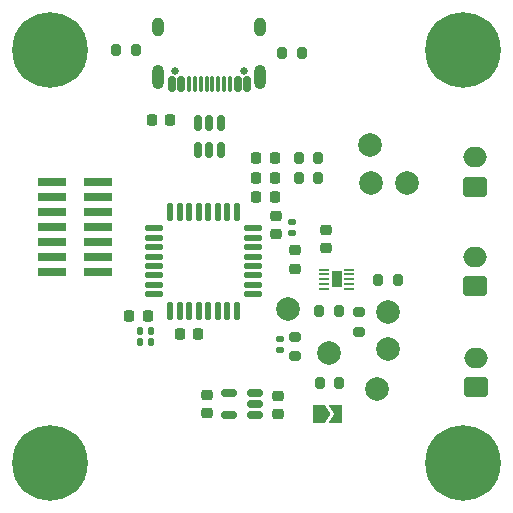
<source format=gbr>
%TF.GenerationSoftware,KiCad,Pcbnew,8.0.8*%
%TF.CreationDate,2025-04-07T17:04:07+02:00*%
%TF.ProjectId,Schematics_batterie,53636865-6d61-4746-9963-735f62617474,rev?*%
%TF.SameCoordinates,Original*%
%TF.FileFunction,Soldermask,Top*%
%TF.FilePolarity,Negative*%
%FSLAX46Y46*%
G04 Gerber Fmt 4.6, Leading zero omitted, Abs format (unit mm)*
G04 Created by KiCad (PCBNEW 8.0.8) date 2025-04-07 17:04:07*
%MOMM*%
%LPD*%
G01*
G04 APERTURE LIST*
G04 Aperture macros list*
%AMRoundRect*
0 Rectangle with rounded corners*
0 $1 Rounding radius*
0 $2 $3 $4 $5 $6 $7 $8 $9 X,Y pos of 4 corners*
0 Add a 4 corners polygon primitive as box body*
4,1,4,$2,$3,$4,$5,$6,$7,$8,$9,$2,$3,0*
0 Add four circle primitives for the rounded corners*
1,1,$1+$1,$2,$3*
1,1,$1+$1,$4,$5*
1,1,$1+$1,$6,$7*
1,1,$1+$1,$8,$9*
0 Add four rect primitives between the rounded corners*
20,1,$1+$1,$2,$3,$4,$5,0*
20,1,$1+$1,$4,$5,$6,$7,0*
20,1,$1+$1,$6,$7,$8,$9,0*
20,1,$1+$1,$8,$9,$2,$3,0*%
%AMFreePoly0*
4,1,6,1.000000,0.000000,0.500000,-0.750000,-0.500000,-0.750000,-0.500000,0.750000,0.500000,0.750000,1.000000,0.000000,1.000000,0.000000,$1*%
%AMFreePoly1*
4,1,6,0.500000,-0.750000,-0.650000,-0.750000,-0.150000,0.000000,-0.650000,0.750000,0.500000,0.750000,0.500000,-0.750000,0.500000,-0.750000,$1*%
G04 Aperture macros list end*
%ADD10RoundRect,0.225000X0.250000X-0.225000X0.250000X0.225000X-0.250000X0.225000X-0.250000X-0.225000X0*%
%ADD11RoundRect,0.200000X-0.200000X-0.275000X0.200000X-0.275000X0.200000X0.275000X-0.200000X0.275000X0*%
%ADD12RoundRect,0.140000X0.140000X0.170000X-0.140000X0.170000X-0.140000X-0.170000X0.140000X-0.170000X0*%
%ADD13C,0.650000*%
%ADD14RoundRect,0.150000X0.150000X0.500000X-0.150000X0.500000X-0.150000X-0.500000X0.150000X-0.500000X0*%
%ADD15RoundRect,0.075000X0.075000X0.575000X-0.075000X0.575000X-0.075000X-0.575000X0.075000X-0.575000X0*%
%ADD16O,1.000000X2.100000*%
%ADD17O,1.000000X1.600000*%
%ADD18RoundRect,0.200000X0.275000X-0.200000X0.275000X0.200000X-0.275000X0.200000X-0.275000X-0.200000X0*%
%ADD19RoundRect,0.218750X0.218750X0.256250X-0.218750X0.256250X-0.218750X-0.256250X0.218750X-0.256250X0*%
%ADD20C,2.000000*%
%ADD21RoundRect,0.125000X0.125000X-0.625000X0.125000X0.625000X-0.125000X0.625000X-0.125000X-0.625000X0*%
%ADD22RoundRect,0.125000X0.625000X-0.125000X0.625000X0.125000X-0.625000X0.125000X-0.625000X-0.125000X0*%
%ADD23C,0.800000*%
%ADD24C,6.400000*%
%ADD25RoundRect,0.250000X0.750000X-0.600000X0.750000X0.600000X-0.750000X0.600000X-0.750000X-0.600000X0*%
%ADD26O,2.000000X1.700000*%
%ADD27RoundRect,0.225000X0.225000X0.250000X-0.225000X0.250000X-0.225000X-0.250000X0.225000X-0.250000X0*%
%ADD28RoundRect,0.225000X-0.225000X-0.250000X0.225000X-0.250000X0.225000X0.250000X-0.225000X0.250000X0*%
%ADD29FreePoly0,0.000000*%
%ADD30FreePoly1,0.000000*%
%ADD31RoundRect,0.200000X0.200000X0.275000X-0.200000X0.275000X-0.200000X-0.275000X0.200000X-0.275000X0*%
%ADD32RoundRect,0.225000X-0.250000X0.225000X-0.250000X-0.225000X0.250000X-0.225000X0.250000X0.225000X0*%
%ADD33RoundRect,0.200000X-0.275000X0.200000X-0.275000X-0.200000X0.275000X-0.200000X0.275000X0.200000X0*%
%ADD34RoundRect,0.150000X-0.150000X0.512500X-0.150000X-0.512500X0.150000X-0.512500X0.150000X0.512500X0*%
%ADD35RoundRect,0.150000X0.512500X0.150000X-0.512500X0.150000X-0.512500X-0.150000X0.512500X-0.150000X0*%
%ADD36RoundRect,0.140000X0.170000X-0.140000X0.170000X0.140000X-0.170000X0.140000X-0.170000X-0.140000X0*%
%ADD37RoundRect,0.062500X-0.350000X-0.062500X0.350000X-0.062500X0.350000X0.062500X-0.350000X0.062500X0*%
%ADD38R,0.850000X1.380000*%
%ADD39R,2.400000X0.740000*%
G04 APERTURE END LIST*
D10*
%TO.C,C2*%
X130700000Y-68550000D03*
X130700000Y-67000000D03*
%TD*%
D11*
%TO.C,R1*%
X131075000Y-60850000D03*
X132725000Y-60850000D03*
%TD*%
D12*
%TO.C,C10*%
X118560000Y-73800000D03*
X117600000Y-73800000D03*
%TD*%
D13*
%TO.C,J1*%
X126390000Y-51780000D03*
X120610000Y-51780000D03*
D14*
X126700000Y-52920000D03*
X125900000Y-52920000D03*
D15*
X124750000Y-52920000D03*
X123750000Y-52920000D03*
X123250000Y-52920000D03*
X122250000Y-52920000D03*
D14*
X121100000Y-52920000D03*
X120300000Y-52920000D03*
X120300000Y-52920000D03*
X121100000Y-52920000D03*
D15*
X121750000Y-52920000D03*
X122750000Y-52920000D03*
X124250000Y-52920000D03*
X125250000Y-52920000D03*
D14*
X125900000Y-52920000D03*
X126700000Y-52920000D03*
D16*
X127820000Y-52280000D03*
D17*
X127820000Y-48100000D03*
D16*
X119180000Y-52280000D03*
D17*
X119180000Y-48100000D03*
%TD*%
D18*
%TO.C,R9*%
X130750000Y-75975000D03*
X130750000Y-74325000D03*
%TD*%
D19*
%TO.C,D2*%
X129037500Y-59200000D03*
X127462500Y-59200000D03*
%TD*%
D20*
%TO.C,TP2*%
X137675000Y-78750000D03*
%TD*%
D21*
%TO.C,U2*%
X120200000Y-72100000D03*
X121000000Y-72100000D03*
X121800000Y-72100000D03*
X122600000Y-72100000D03*
X123400000Y-72100000D03*
X124200000Y-72100000D03*
X125000000Y-72100000D03*
X125800000Y-72100000D03*
D22*
X127175000Y-70725000D03*
X127175000Y-69925000D03*
X127175000Y-69125000D03*
X127175000Y-68325000D03*
X127175000Y-67525000D03*
X127175000Y-66725000D03*
X127175000Y-65925000D03*
X127175000Y-65125000D03*
D21*
X125800000Y-63750000D03*
X125000000Y-63750000D03*
X124200000Y-63750000D03*
X123400000Y-63750000D03*
X122600000Y-63750000D03*
X121800000Y-63750000D03*
X121000000Y-63750000D03*
X120200000Y-63750000D03*
D22*
X118825000Y-65125000D03*
X118825000Y-65925000D03*
X118825000Y-66725000D03*
X118825000Y-67525000D03*
X118825000Y-68325000D03*
X118825000Y-69125000D03*
X118825000Y-69925000D03*
X118825000Y-70725000D03*
%TD*%
D23*
%TO.C,H4*%
X107600000Y-85000000D03*
X108302944Y-83302944D03*
X108302944Y-86697056D03*
X110000000Y-82600000D03*
D24*
X110000000Y-85000000D03*
D23*
X110000000Y-87400000D03*
X111697056Y-83302944D03*
X111697056Y-86697056D03*
X112400000Y-85000000D03*
%TD*%
D25*
%TO.C,J5*%
X146000000Y-70050000D03*
D26*
X146000000Y-67550000D03*
%TD*%
D11*
%TO.C,R5*%
X137775000Y-69500000D03*
X139425000Y-69500000D03*
%TD*%
D20*
%TO.C,TP1*%
X137050000Y-58050000D03*
%TD*%
D10*
%TO.C,C4*%
X129300000Y-80837500D03*
X129300000Y-79287500D03*
%TD*%
D27*
%TO.C,C11*%
X122525000Y-74050000D03*
X120975000Y-74050000D03*
%TD*%
D28*
%TO.C,C1*%
X118625000Y-55962500D03*
X120175000Y-55962500D03*
%TD*%
D29*
%TO.C,JP2*%
X132787500Y-80812500D03*
D30*
X134237500Y-80812500D03*
%TD*%
D19*
%TO.C,L1*%
X129037500Y-62500000D03*
X127462500Y-62500000D03*
%TD*%
D11*
%TO.C,R4*%
X115625000Y-50075000D03*
X117275000Y-50075000D03*
%TD*%
D23*
%TO.C,H3*%
X142600000Y-85000000D03*
X143302944Y-83302944D03*
X143302944Y-86697056D03*
X145000000Y-82600000D03*
D24*
X145000000Y-85000000D03*
D23*
X145000000Y-87400000D03*
X146697056Y-83302944D03*
X146697056Y-86697056D03*
X147400000Y-85000000D03*
%TD*%
D20*
%TO.C,TP6*%
X133650000Y-75650000D03*
%TD*%
D27*
%TO.C,C7*%
X118275000Y-72550000D03*
X116725000Y-72550000D03*
%TD*%
D10*
%TO.C,C5*%
X123300000Y-80787500D03*
X123300000Y-79237500D03*
%TD*%
D31*
%TO.C,R8*%
X134475000Y-78225000D03*
X132825000Y-78225000D03*
%TD*%
D32*
%TO.C,C3*%
X133350000Y-65275000D03*
X133350000Y-66825000D03*
%TD*%
D33*
%TO.C,R6*%
X136150000Y-72225000D03*
X136150000Y-73875000D03*
%TD*%
D23*
%TO.C,H2*%
X107600000Y-50000000D03*
X108302944Y-48302944D03*
X108302944Y-51697056D03*
X110000000Y-47600000D03*
D24*
X110000000Y-50000000D03*
D23*
X110000000Y-52400000D03*
X111697056Y-48302944D03*
X111697056Y-51697056D03*
X112400000Y-50000000D03*
%TD*%
D25*
%TO.C,J2*%
X146075000Y-78600000D03*
D26*
X146075000Y-76100000D03*
%TD*%
D19*
%TO.C,D1*%
X129037500Y-60900000D03*
X127462500Y-60900000D03*
%TD*%
D34*
%TO.C,U3*%
X124450000Y-56225000D03*
X123500000Y-56225000D03*
X122550000Y-56225000D03*
X122550000Y-58500000D03*
X123500000Y-58500000D03*
X124450000Y-58500000D03*
%TD*%
D20*
%TO.C,TP7*%
X138600000Y-75350000D03*
%TD*%
D10*
%TO.C,C6*%
X129150000Y-65625000D03*
X129150000Y-64075000D03*
%TD*%
D35*
%TO.C,U1*%
X127387500Y-80962500D03*
X127387500Y-80012500D03*
X127387500Y-79062500D03*
X125112500Y-79062500D03*
X125112500Y-80962500D03*
%TD*%
D36*
%TO.C,C8*%
X130450000Y-65550000D03*
X130450000Y-64590000D03*
%TD*%
D37*
%TO.C,IC1*%
X133187500Y-68630000D03*
X133187500Y-69030000D03*
X133187500Y-69430000D03*
X133187500Y-69830000D03*
X133187500Y-70230000D03*
X135300000Y-70230000D03*
X135300000Y-69830000D03*
X135300000Y-69430000D03*
X135300000Y-69030000D03*
X135300000Y-68630000D03*
D38*
X134260000Y-69410000D03*
%TD*%
D25*
%TO.C,J3*%
X146000000Y-61600000D03*
D26*
X146000000Y-59100000D03*
%TD*%
D12*
%TO.C,C9*%
X118580000Y-74750000D03*
X117620000Y-74750000D03*
%TD*%
D20*
%TO.C,TP3*%
X137150000Y-61300000D03*
%TD*%
%TO.C,TP4*%
X130150000Y-72000000D03*
%TD*%
D31*
%TO.C,R3*%
X134425000Y-72100000D03*
X132775000Y-72100000D03*
%TD*%
D11*
%TO.C,R7*%
X131075000Y-59200000D03*
X132725000Y-59200000D03*
%TD*%
D36*
%TO.C,C12*%
X129500000Y-75455000D03*
X129500000Y-74495000D03*
%TD*%
D11*
%TO.C,R2*%
X129675000Y-50325000D03*
X131325000Y-50325000D03*
%TD*%
D23*
%TO.C,H1*%
X142600000Y-50000000D03*
X143302944Y-48302944D03*
X143302944Y-51697056D03*
X145000000Y-47600000D03*
D24*
X145000000Y-50000000D03*
D23*
X145000000Y-52400000D03*
X146697056Y-48302944D03*
X146697056Y-51697056D03*
X147400000Y-50000000D03*
%TD*%
D20*
%TO.C,TP8*%
X138650000Y-72250000D03*
%TD*%
D39*
%TO.C,J4*%
X110200000Y-61190000D03*
X114100000Y-61190000D03*
X110200000Y-62460000D03*
X114100000Y-62460000D03*
X110200000Y-63730000D03*
X114100000Y-63730000D03*
X110200000Y-65000000D03*
X114100000Y-65000000D03*
X110200000Y-66270000D03*
X114100000Y-66270000D03*
X110200000Y-67540000D03*
X114100000Y-67540000D03*
X110200000Y-68810000D03*
X114100000Y-68810000D03*
%TD*%
D20*
%TO.C,TP5*%
X140200000Y-61300000D03*
%TD*%
M02*

</source>
